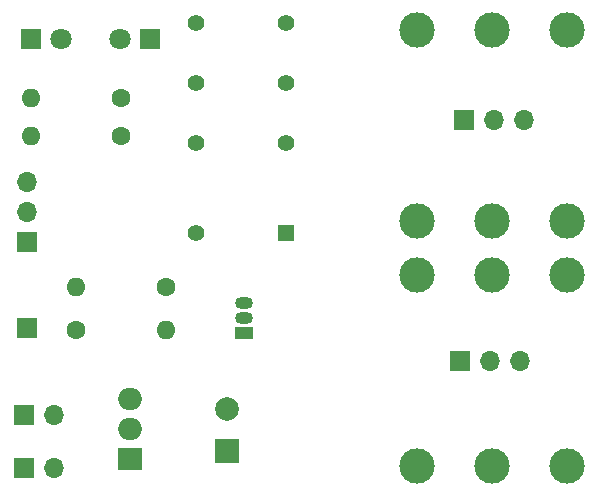
<source format=gbr>
%TF.GenerationSoftware,KiCad,Pcbnew,7.0.9*%
%TF.CreationDate,2024-06-24T14:49:53-04:00*%
%TF.ProjectId,IO,494f2e6b-6963-4616-945f-706362585858,rev?*%
%TF.SameCoordinates,Original*%
%TF.FileFunction,Soldermask,Top*%
%TF.FilePolarity,Negative*%
%FSLAX46Y46*%
G04 Gerber Fmt 4.6, Leading zero omitted, Abs format (unit mm)*
G04 Created by KiCad (PCBNEW 7.0.9) date 2024-06-24 14:49:53*
%MOMM*%
%LPD*%
G01*
G04 APERTURE LIST*
%ADD10C,3.000000*%
%ADD11O,1.600000X1.600000*%
%ADD12C,1.600000*%
%ADD13R,1.500000X1.050000*%
%ADD14O,1.500000X1.050000*%
%ADD15R,1.800000X1.800000*%
%ADD16C,1.800000*%
%ADD17R,1.700000X1.700000*%
%ADD18O,1.700000X1.700000*%
%ADD19R,1.400000X1.400000*%
%ADD20C,1.400000*%
%ADD21R,2.000000X2.000000*%
%ADD22C,2.000000*%
%ADD23R,2.000000X1.905000*%
%ADD24O,2.000000X1.905000*%
G04 APERTURE END LIST*
D10*
%TO.C,B1*%
X175825000Y-80385000D03*
X175825000Y-96615000D03*
X182175000Y-80385000D03*
X182175000Y-96615000D03*
X169475000Y-80385000D03*
X169475000Y-96615000D03*
%TD*%
D11*
%TO.C,RPD1*%
X140590000Y-102200000D03*
D12*
X148210000Y-102200000D03*
%TD*%
D13*
%TO.C,QL1*%
X154760000Y-106070000D03*
D14*
X154760000Y-104800000D03*
X154760000Y-103530000D03*
%TD*%
D15*
%TO.C,LEDB1*%
X136725000Y-81200000D03*
D16*
X139265000Y-81200000D03*
%TD*%
D17*
%TO.C,J3*%
X136200000Y-113000000D03*
D18*
X138740000Y-113000000D03*
%TD*%
D12*
%TO.C,RLed2*%
X144410000Y-89400000D03*
D11*
X136790000Y-89400000D03*
%TD*%
D10*
%TO.C,A1*%
X175825000Y-101135000D03*
X175825000Y-117365000D03*
X182175000Y-101135000D03*
X182175000Y-117365000D03*
X169475000Y-101135000D03*
X169475000Y-117365000D03*
%TD*%
D12*
%TO.C,RLed1*%
X144410000Y-86200000D03*
D11*
X136790000Y-86200000D03*
%TD*%
D19*
%TO.C,Left/Mono1*%
X158362500Y-97607500D03*
D20*
X158362500Y-89987500D03*
X158362500Y-84907500D03*
X158362500Y-79827500D03*
X150742500Y-79827500D03*
X150742500Y-84907500D03*
X150742500Y-89987500D03*
X150742500Y-97607500D03*
%TD*%
D21*
%TO.C,C1*%
X153400000Y-116017677D03*
D22*
X153400000Y-112517677D03*
%TD*%
D23*
%TO.C,U1*%
X145145000Y-116740000D03*
D24*
X145145000Y-114200000D03*
X145145000Y-111660000D03*
%TD*%
D17*
%TO.C,J1*%
X136400000Y-105600000D03*
%TD*%
D12*
%TO.C,RGate1*%
X140590000Y-105800000D03*
D11*
X148210000Y-105800000D03*
%TD*%
D15*
%TO.C,D2*%
X146875000Y-81200000D03*
D16*
X144335000Y-81200000D03*
%TD*%
D17*
%TO.C,J2*%
X136200000Y-117500000D03*
D18*
X138740000Y-117500000D03*
%TD*%
D17*
%TO.C,Out1*%
X136400000Y-98325000D03*
D18*
X136400000Y-95785000D03*
X136400000Y-93245000D03*
%TD*%
D17*
%TO.C,Out3*%
X173400000Y-88000000D03*
D18*
X175940000Y-88000000D03*
X178480000Y-88000000D03*
%TD*%
D17*
%TO.C,Out2*%
X173060000Y-108400000D03*
D18*
X175600000Y-108400000D03*
X178140000Y-108400000D03*
%TD*%
M02*

</source>
